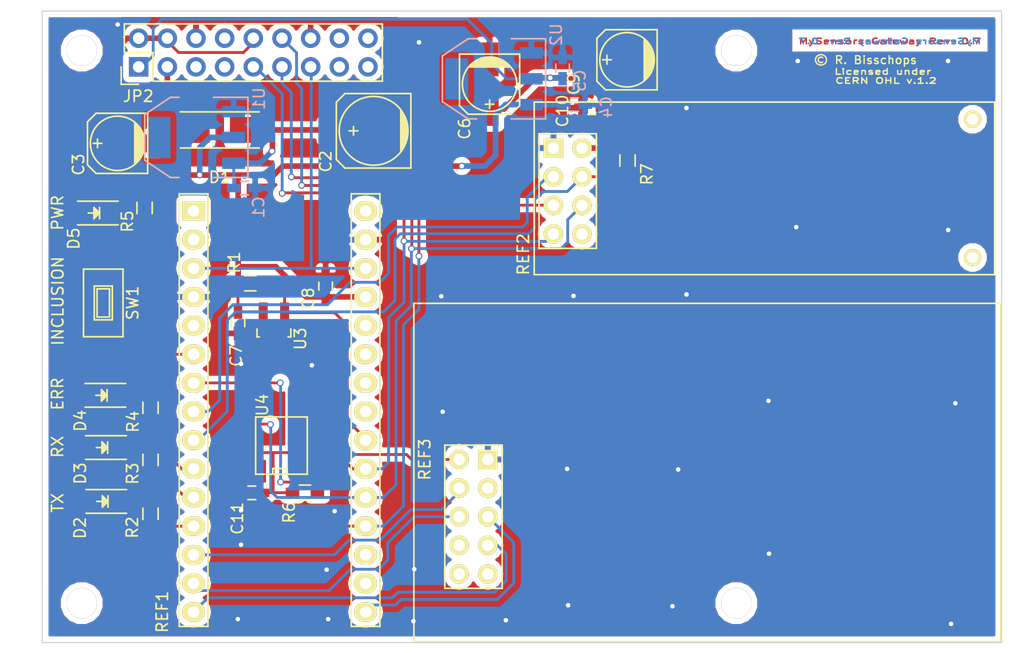
<source format=kicad_pcb>
(kicad_pcb (version 4) (host pcbnew 4.0.2-stable)
  (title_block (title "MySensors Gateway") (date 2016-03-02) (rev 0.7) (company "MySensors Boards") (comment 1 "R. Bisschops"))
  (layers (0 F.Cu signal) (31 B.Cu signal) (34 B.Paste user) (35 F.Paste user) (36 B.SilkS user) (37 F.SilkS user) (38 B.Mask user) (39 F.Mask user) (44 Edge.Cuts user))
  (net 0 "")
  (net 1 GND)
  (net 2 VCC)
  (net 3 RAD-TX)
  (net 4 RAD-RX)
  (net 5 RAD-ERR)
  (net 6 ETH-NSS)
  (net 7 RAD-CSN)
  (net 8 RAD-CE)
  (net 9 SEC-SDA)
  (net 10 ETH-SCK)
  (net 11 "Net-(C1-Pad1)")
  (net 12 +3.3V)
  (net 13 MISO)
  (net 14 SCK)
  (net 15 MOSI)
  (net 16 RESET)
  (net 17 FLASH_CSN)
  (net 18 ETH-MISO)
  (net 19 ETH-MOSI)
  (net 20 PWR)
  (net 21 "Net-(D2-Pad1)")
  (net 22 "Net-(D3-Pad1)")
  (net 23 "Net-(D4-Pad1)")
  (net 24 "Net-(D5-Pad1)")
  (net 25 "Net-(JP2-Pad5)")
  (net 26 "Net-(JP2-Pad7)")
  (net 27 "Net-(JP2-Pad8)")
  (net 28 "Net-(JP2-Pad15)")
  (net 29 "Net-(JP2-Pad16)")
  (net 30 "Net-(JP2-Pad17)")
  (net 31 "Net-(JP2-Pad18)")
  (net 32 "Net-(REF1-Pad5)")
  (net 33 "Net-(REF1-Pad2)")
  (net 34 "Net-(REF1-Pad1)")
  (net 35 "Net-(REF1-Pad30)")
  (net 36 "Net-(REF1-Pad26)")
  (net 37 "Net-(REF1-Pad25)")
  (net 38 "Net-(REF1-Pad24)")
  (net 39 "Net-(REF1-Pad23)")
  (net 40 "Net-(REF1-Pad18)")
  (net 41 "Net-(REF1-Pad17)")
  (net 42 "Net-(REF2-Pad8)")
  (net 43 "Net-(REF3-Pad3)")
  (net 44 "Net-(REF3-Pad8)")
  (net 45 "Net-(REF3-Pad9)")
  (net 46 "Net-(REF3-Pad10)")
  (net 47 "Net-(REF1-Pad6)")
  (module Capacitors_SMD:C_0603_HandSoldering (layer B.Cu) (at 126.10592 115.05184 90)
    (fp_text reference C5 (at -1.11816 1.54408 90) (layer B.SilkS) (effects (justify mirror)))
    (fp_text value 100nF)
    (pad 1 smd rect (at -0.95 0 90) (size 1.2 0.75) (layers B.Cu B.Paste B.Mask) (net 12 +3.3V))
    (pad 2 smd rect (at 0.95 0 90) (size 1.2 0.75) (layers B.Cu B.Paste B.Mask) (net 1 GND))
  )
  (module Resistors_SMD:R_0603_HandSoldering (layer F.Cu) (at 98.44278 134.13486)
    (fp_text reference R1 (at -1.4351 -1.83896 270) (layer F.SilkS))
    (fp_text value 56K)
    (pad 1 smd rect (at -1.1 0) (size 1.2 0.9) (layers F.Cu F.Paste F.Mask) (net 2 VCC))
    (pad 2 smd rect (at 1.1 0) (size 1.2 0.9) (layers F.Cu F.Paste F.Mask) (net 9 SEC-SDA))
  )
  (module TO_SOT_Packages_SMD:SOT-223 (layer B.Cu) (at 93.65488 121.20372 270)
    (fp_text reference U1 (at -3.43662 -5.55752 450) (layer B.SilkS) (effects (justify mirror)))
    (fp_text value AP1117E50)
    (pad 4 smd rect (at 0 3.302 270) (size 3.6576 2.032) (layers B.Cu B.Paste B.Mask))
    (pad 2 smd rect (at 0 -3.302 270) (size 1.016 2.032) (layers B.Cu B.Paste B.Mask) (net 2 VCC))
    (pad 3 smd rect (at 2.286 -3.302 270) (size 1.016 2.032) (layers B.Cu B.Paste B.Mask) (net 11 "Net-(C1-Pad1)"))
    (pad 1 smd rect (at -2.286 -3.302 270) (size 1.016 2.032) (layers B.Cu B.Paste B.Mask) (net 1 GND))
  )
  (module Resistors_SMD:R_0603_HandSoldering (layer F.Cu) (at 89.59596 154.57932 270)
    (fp_text reference R2 (at 1.21412 1.6129 450) (layer F.SilkS))
    (fp_text value 1K)
    (pad 1 smd rect (at -1.1 0 270) (size 1.2 0.9) (layers F.Cu F.Paste F.Mask) (net 21 "Net-(D2-Pad1)"))
    (pad 2 smd rect (at 1.1 0 270) (size 1.2 0.9) (layers F.Cu F.Paste F.Mask) (net 3 RAD-TX))
  )
  (module Resistors_SMD:R_0603_HandSoldering (layer F.Cu) (at 89.59596 149.79904 270)
    (fp_text reference R3 (at 1.21666 1.58496 450) (layer F.SilkS))
    (fp_text value 1K)
    (pad 1 smd rect (at -1.1 0 270) (size 1.2 0.9) (layers F.Cu F.Paste F.Mask) (net 22 "Net-(D3-Pad1)"))
    (pad 2 smd rect (at 1.1 0 270) (size 1.2 0.9) (layers F.Cu F.Paste F.Mask) (net 4 RAD-RX))
  )
  (module Resistors_SMD:R_0603_HandSoldering (layer F.Cu) (at 89.59596 145.17624 270)
    (fp_text reference R4 (at 1.22936 1.55702 450) (layer F.SilkS))
    (fp_text value 1K)
    (pad 1 smd rect (at -1.1 0 270) (size 1.2 0.9) (layers F.Cu F.Paste F.Mask) (net 23 "Net-(D4-Pad1)"))
    (pad 2 smd rect (at 1.1 0 270) (size 1.2 0.9) (layers F.Cu F.Paste F.Mask) (net 5 RAD-ERR))
  )
  (module Resistors_SMD:R_0603_HandSoldering (layer F.Cu) (at 89.07 127.46 270)
    (fp_text reference R5 (at 1.1938 1.52146 450) (layer F.SilkS))
    (fp_text value 1K)
    (pad 1 smd rect (at -1.1 0 270) (size 1.2 0.9) (layers F.Cu F.Paste F.Mask) (net 24 "Net-(D5-Pad1)"))
    (pad 2 smd rect (at 1.1 0 270) (size 1.2 0.9) (layers F.Cu F.Paste F.Mask) (net 1 GND))
  )
  (module Resistors_SMD:R_0603_HandSoldering (layer F.Cu) (at 103.28148 152.7048)
    (fp_text reference R6 (at -1.41224 1.74752 270) (layer F.SilkS))
    (fp_text value 4K7)
    (pad 1 smd rect (at -1.1 0) (size 1.2 0.9) (layers F.Cu F.Paste F.Mask) (net 2 VCC))
    (pad 2 smd rect (at 1.1 0) (size 1.2 0.9) (layers F.Cu F.Paste F.Mask) (net 17 FLASH_CSN))
  )
  (module Capacitors_SMD:c_elec_6.3x5.3 (layer F.Cu) (at 109.36 120.62 180)
    (fp_text reference C2 (at 4.24 -2.71 450) (layer F.SilkS))
    (fp_text value 47uF)
    (pad 1 smd rect (at 2.75082 0 180) (size 3.59918 1.6002) (layers F.Cu F.Paste F.Mask) (net 11 "Net-(C1-Pad1)"))
    (pad 2 smd rect (at -2.75082 0 180) (size 3.59918 1.6002) (layers F.Cu F.Paste F.Mask) (net 1 GND))
  )
  (module Capacitors_SMD:c_elec_5x5.3 (layer F.Cu) (at 86.6775 121.7295 180)
    (fp_text reference C3 (at 3.4675 -1.8805 450) (layer F.SilkS))
    (fp_text value 10uF)
    (pad 1 smd rect (at 2.19964 0 180) (size 2.99974 1.6002) (layers F.Cu F.Paste F.Mask) (net 2 VCC))
    (pad 2 smd rect (at -2.19964 0 180) (size 2.99974 1.6002) (layers F.Cu F.Paste F.Mask) (net 1 GND))
  )
  (module Capacitors_SMD:C_0603_HandSoldering (layer B.Cu) (at 127.16 118.3)
    (fp_text reference C4 (at 2.82 0.22 90) (layer B.SilkS) (effects (justify mirror)))
    (fp_text value 100nF)
    (pad 1 smd rect (at -0.95 0) (size 1.2 0.75) (layers B.Cu B.Paste B.Mask) (net 2 VCC))
    (pad 2 smd rect (at 0.95 0) (size 1.2 0.75) (layers B.Cu B.Paste B.Mask) (net 1 GND))
  )
  (module Capacitors_SMD:c_elec_5x5.3 (layer F.Cu) (at 119.63908 116.48186 270)
    (fp_text reference C6 (at 3.94814 2.21908 450) (layer F.SilkS))
    (fp_text value 10uF)
    (pad 1 smd rect (at 2.19964 0 270) (size 2.99974 1.6002) (layers F.Cu F.Paste F.Mask) (net 12 +3.3V))
    (pad 2 smd rect (at -2.19964 0 270) (size 2.99974 1.6002) (layers F.Cu F.Paste F.Mask) (net 1 GND))
  )
  (module Capacitors_SMD:C_0603_HandSoldering (layer F.Cu) (at 97.34296 137.63244 270)
    (fp_text reference C7 (at 2.9337 0.16764 450) (layer F.SilkS))
    (fp_text value 100nF)
    (pad 1 smd rect (at -0.95 0 270) (size 1.2 0.75) (layers F.Cu F.Paste F.Mask) (net 2 VCC))
    (pad 2 smd rect (at 0.95 0 270) (size 1.2 0.75) (layers F.Cu F.Paste F.Mask) (net 1 GND))
  )
  (module Capacitors_SMD:C_0603_HandSoldering (layer F.Cu) (at 105.11028 134.3914 90)
    (fp_text reference C8 (at -1.08966 -1.5367 270) (layer F.SilkS))
    (fp_text value 100nF)
    (pad 1 smd rect (at -0.95 0 90) (size 1.2 0.75) (layers F.Cu F.Paste F.Mask) (net 2 VCC))
    (pad 2 smd rect (at 0.95 0 90) (size 1.2 0.75) (layers F.Cu F.Paste F.Mask) (net 1 GND))
  )
  (module Capacitors_SMD:c_elec_5x5.3 (layer F.Cu) (at 131.81584 114.32032 180)
    (fp_text reference C9 (at 4.71678 -2.16154 270) (layer F.SilkS))
    (fp_text value 4uF7)
    (pad 1 smd rect (at 2.19964 0 180) (size 2.99974 1.6002) (layers F.Cu F.Paste F.Mask) (net 12 +3.3V))
    (pad 2 smd rect (at -2.19964 0 180) (size 2.99974 1.6002) (layers F.Cu F.Paste F.Mask) (net 1 GND))
  )
  (module Capacitors_SMD:C_0603_HandSoldering (layer F.Cu) (at 128.68656 118.5672 180)
    (fp_text reference C10 (at 2.59334 -0.28956 450) (layer F.SilkS))
    (fp_text value 100nF)
    (pad 1 smd rect (at -0.95 0 180) (size 1.2 0.75) (layers F.Cu F.Paste F.Mask) (net 12 +3.3V))
    (pad 2 smd rect (at 0.95 0 180) (size 1.2 0.75) (layers F.Cu F.Paste F.Mask) (net 1 GND))
  )
  (module Capacitors_SMD:C_0603_HandSoldering (layer F.Cu) (at 98.57232 152.72004 180)
    (fp_text reference C11 (at 1.28524 -2.26314 270) (layer F.SilkS))
    (fp_text value 100nF)
    (pad 1 smd rect (at -0.95 0 180) (size 1.2 0.75) (layers F.Cu F.Paste F.Mask) (net 2 VCC))
    (pad 2 smd rect (at 0.95 0 180) (size 1.2 0.75) (layers F.Cu F.Paste F.Mask) (net 1 GND))
  )
  (module TO_SOT_Packages_SMD:SOT-223 (layer B.Cu) (at 120.03024 116.00688 270)
    (fp_text reference U2 (at -3.91668 -5.50926 450) (layer B.SilkS) (effects (justify mirror)))
    (fp_text value AP1117D33)
    (pad 4 smd rect (at 0 3.302 270) (size 3.6576 2.032) (layers B.Cu B.Paste B.Mask))
    (pad 2 smd rect (at 0 -3.302 270) (size 1.016 2.032) (layers B.Cu B.Paste B.Mask) (net 12 +3.3V))
    (pad 3 smd rect (at 2.286 -3.302 270) (size 1.016 2.032) (layers B.Cu B.Paste B.Mask) (net 2 VCC))
    (pad 1 smd rect (at -2.286 -3.302 270) (size 1.016 2.032) (layers B.Cu B.Paste B.Mask) (net 1 GND))
  )
  (module TO_SOT_Packages_SMD:SOT-23_Handsoldering (layer F.Cu) (at 100.52812 138.24712 180)
    (fp_text reference U3 (at -2.34696 -0.81026 270) (layer F.SilkS))
    (fp_text value ATSHA240A)
    (pad 1 smd rect (at -0.95 1.50114 180) (size 0.8001 1.80086) (layers F.Cu F.Paste F.Mask) (net 9 SEC-SDA))
    (pad 2 smd rect (at 0.95 1.50114 180) (size 0.8001 1.80086) (layers F.Cu F.Paste F.Mask) (net 2 VCC))
    (pad 3 smd rect (at 0 -1.50114 180) (size 0.8001 1.80086) (layers F.Cu F.Paste F.Mask) (net 1 GND))
  )
  (module SMD_Packages:SOIC-8-N (layer F.Cu) (at 101.19868 148.52904 90)
    (fp_text reference U4 (at 3.60426 -1.70434 270) (layer F.SilkS))
    (fp_text value AT25DF512C)
    (pad 8 smd rect (at -1.905 -3.175 90) (size 0.508 1.143) (layers F.Cu F.Paste F.Mask) (net 2 VCC))
    (pad 7 smd rect (at -0.635 -3.175 90) (size 0.508 1.143) (layers F.Cu F.Paste F.Mask) (net 2 VCC))
    (pad 6 smd rect (at 0.635 -3.175 90) (size 0.508 1.143) (layers F.Cu F.Paste F.Mask) (net 14 SCK))
    (pad 5 smd rect (at 1.905 -3.175 90) (size 0.508 1.143) (layers F.Cu F.Paste F.Mask) (net 15 MOSI))
    (pad 4 smd rect (at 1.905 3.175 90) (size 0.508 1.143) (layers F.Cu F.Paste F.Mask) (net 1 GND))
    (pad 3 smd rect (at 0.635 3.175 90) (size 0.508 1.143) (layers F.Cu F.Paste F.Mask) (net 2 VCC))
    (pad 2 smd rect (at -0.635 3.175 90) (size 0.508 1.143) (layers F.Cu F.Paste F.Mask) (net 13 MISO))
    (pad 1 smd rect (at -1.905 3.175 90) (size 0.508 1.143) (layers F.Cu F.Paste F.Mask) (net 17 FLASH_CSN))
  )
  (module Capacitors_SMD:C_0603_HandSoldering (layer B.Cu) (at 97.917 125.6919)
    (fp_text reference C1 (at 1.2573 1.7145 270) (layer B.SilkS) (effects (justify mirror)))
    (fp_text value 100nF)
    (pad 1 smd rect (at -0.95 0) (size 1.2 0.75) (layers B.Cu B.Paste B.Mask) (net 11 "Net-(C1-Pad1)"))
    (pad 2 smd rect (at 0.95 0) (size 1.2 0.75) (layers B.Cu B.Paste B.Mask) (net 1 GND))
  )
  (module LEDs:LED_1206 (layer F.Cu) (at 85.32622 153.48204 180)
    (fp_text reference D2 (at 1.97358 -2.35204 270) (layer F.SilkS))
    (fp_text value TX)
    (pad 2 smd rect (at 2.16662 0) (size 1.59766 1.80086) (layers F.Cu F.Paste F.Mask) (net 2 VCC))
    (pad 1 smd rect (at -1.41986 0) (size 1.59766 1.80086) (layers F.Cu F.Paste F.Mask) (net 21 "Net-(D2-Pad1)"))
  )
  (module LEDs:LED_1206 (layer F.Cu) (at 85.29828 148.7043 180)
    (fp_text reference D3 (at 1.92532 -2.29362 450) (layer F.SilkS))
    (fp_text value RX)
    (pad 2 smd rect (at 2.13614 0) (size 1.59766 1.80086) (layers F.Cu F.Paste F.Mask) (net 2 VCC))
    (pad 1 smd rect (at -1.41986 0) (size 1.59766 1.80086) (layers F.Cu F.Paste F.Mask) (net 22 "Net-(D3-Pad1)"))
  )
  (module LEDs:LED_1206 (layer F.Cu) (at 85.24748 144.07388 180)
    (fp_text reference D4 (at 1.87452 -2.25044 270) (layer F.SilkS))
    (fp_text value ERR)
    (pad 2 smd rect (at 2.08534 0) (size 1.59766 1.80086) (layers F.Cu F.Paste F.Mask) (net 2 VCC))
    (pad 1 smd rect (at -1.41986 0) (size 1.59766 1.80086) (layers F.Cu F.Paste F.Mask) (net 23 "Net-(D4-Pad1)"))
  )
  (module LEDs:LED_1206 (layer F.Cu) (at 84.582 127.90932 180)
    (fp_text reference D5 (at 1.79578 -2.26314 270) (layer F.SilkS))
    (fp_text value PWR)
    (pad 2 smd rect (at 1.41986 0) (size 1.59766 1.80086) (layers F.Cu F.Paste F.Mask) (net 2 VCC))
    (pad 1 smd rect (at -1.41986 0) (size 1.59766 1.80086) (layers F.Cu F.Paste F.Mask) (net 24 "Net-(D5-Pad1)"))
  )
  (module MySensors:NRF24L01_PA_LNA (layer F.Cu) (at 127.83 122.15 270)
    (fp_text reference REF2 (at 9.42 5.2 270) (layer F.SilkS))
    (fp_text value NRF24L01)
    (pad 2 thru_hole circle (at 0 0 270) (size 1.7272 1.7272) (drill 1.016) (layers *.Cu *.Mask F.SilkS) (net 12 +3.3V))
    (pad 1 thru_hole rect (at 0 2.54 270) (size 1.7272 1.7272) (drill 1.016) (layers *.Cu *.Mask F.SilkS) (net 1 GND))
    (pad 4 thru_hole oval (at 2.54 0 270) (size 1.7272 1.7272) (drill 1.016) (layers *.Cu *.Mask F.SilkS) (net 7 RAD-CSN))
    (pad 3 thru_hole oval (at 2.54 2.54 270) (size 1.7272 1.7272) (drill 1.016) (layers *.Cu *.Mask F.SilkS) (net 8 RAD-CE))
    (pad 6 thru_hole oval (at 5.08 0 270) (size 1.7272 1.7272) (drill 1.016) (layers *.Cu *.Mask F.SilkS) (net 15 MOSI))
    (pad 5 thru_hole oval (at 5.08 2.54 270) (size 1.7272 1.7272) (drill 1.016) (layers *.Cu *.Mask F.SilkS) (net 14 SCK))
    (pad 8 thru_hole oval (at 7.62 0 270) (size 1.7272 1.7272) (drill 1.016) (layers *.Cu *.Mask F.SilkS) (net 42 "Net-(REF2-Pad8)"))
    (pad 7 thru_hole oval (at 7.62 2.54 270) (size 1.7272 1.7272) (drill 1.016) (layers *.Cu *.Mask F.SilkS) (net 13 MISO))
    (pad 9 thru_hole circle (at -2.554 -34.6 270) (size 1.524 1.524) (drill 1.016) (layers *.Cu *.Mask F.SilkS))
    (pad 10 thru_hole circle (at 9.696 -34.6 270) (size 1.524 1.524) (drill 1.016) (layers *.Cu *.Mask F.SilkS))
  )
  (module MySensors:W5100_Ethernet (layer F.Cu) (at 119.4816 149.7584 270)
    (fp_text reference REF3 (at 0 5.588 450) (layer F.SilkS))
    (fp_text value W5100_Ethernet)
    (pad 1 thru_hole rect (at 0 0 270) (size 1.7272 1.7272) (drill 1.016) (layers *.Cu *.Mask F.SilkS) (net 1 GND))
    (pad 2 thru_hole oval (at 0 2.54 270) (size 1.7272 1.7272) (drill 1.016) (layers *.Cu *.Mask F.SilkS) (net 2 VCC))
    (pad 3 thru_hole oval (at 2.54 0 270) (size 1.7272 1.7272) (drill 1.016) (layers *.Cu *.Mask F.SilkS) (net 43 "Net-(REF3-Pad3)"))
    (pad 4 thru_hole oval (at 2.54 2.54 270) (size 1.7272 1.7272) (drill 1.016) (layers *.Cu *.Mask F.SilkS) (net 6 ETH-NSS))
    (pad 5 thru_hole oval (at 5.08 0 270) (size 1.7272 1.7272) (drill 1.016) (layers *.Cu *.Mask F.SilkS) (net 10 ETH-SCK))
    (pad 6 thru_hole oval (at 5.08 2.54 270) (size 1.7272 1.7272) (drill 1.016) (layers *.Cu *.Mask F.SilkS) (net 19 ETH-MOSI))
    (pad 7 thru_hole oval (at 7.62 0 270) (size 1.7272 1.7272) (drill 1.016) (layers *.Cu *.Mask F.SilkS) (net 18 ETH-MISO))
    (pad 8 thru_hole oval (at 7.62 2.54 270) (size 1.7272 1.7272) (drill 1.016) (layers *.Cu *.Mask F.SilkS) (net 44 "Net-(REF3-Pad8)"))
    (pad 9 thru_hole oval (at 10.16 0 270) (size 1.7272 1.7272) (drill 1.016) (layers *.Cu *.Mask F.SilkS) (net 45 "Net-(REF3-Pad9)"))
    (pad 10 thru_hole oval (at 10.16 2.54 270) (size 1.7272 1.7272) (drill 1.016) (layers *.Cu *.Mask F.SilkS) (net 46 "Net-(REF3-Pad10)"))
  )
  (module Mounting_Holes:MountingHole_2-7mm (layer F.Cu) (at 141.5 113.5)
    (fp_text reference REF** hide)
    (fp_text value MountingHole_3mm)
    (pad 1 thru_hole circle (at 0 0) (size 2.7 2.7) (drill 2.7) (layers))
  )
  (module Mounting_Holes:MountingHole_2-7mm (layer F.Cu) (at 83.5 113.5)
    (fp_text reference REF** hide)
    (fp_text value MountingHole_3mm)
    (pad 1 thru_hole circle (at 0 0) (size 2.7 2.7) (drill 2.7) (layers))
  )
  (module Mounting_Holes:MountingHole_2-7mm (layer F.Cu) (at 141.5 162.5)
    (fp_text reference REF** hide)
    (fp_text value MountingHole_3mm)
    (pad 1 thru_hole circle (at 0 0) (size 2.7 2.7) (drill 2.7) (layers))
  )
  (module Mounting_Holes:MountingHole_2-7mm (layer F.Cu) (at 83.5 162.5)
    (fp_text reference REF** hide)
    (fp_text value MountingHole_3mm)
    (pad 1 thru_hole circle (at 0 0) (size 2.7 2.7) (drill 2.7) (layers))
  )
  (module Resistors_SMD:R_0603_HandSoldering (layer F.Cu) (at 131.86 123.25 270)
    (fp_text reference R7 (at 1.22 -1.72 270) (layer F.SilkS))
    (fp_text value 56K)
    (pad 1 smd rect (at -1.1 0 270) (size 1.2 0.9) (layers F.Cu F.Paste F.Mask) (net 12 +3.3V))
    (pad 2 smd rect (at 1.1 0 270) (size 1.2 0.9) (layers F.Cu F.Paste F.Mask) (net 7 RAD-CSN))
  )
  (module MySensors:Arduino_Nano (layer F.Cu) (at 128.97104 145.51152 180)
    (fp_text reference REF1 (at 38.33368 -17.76984 450) (layer F.SilkS))
    (fp_text value Arduino_Nano)
    (pad 15 thru_hole oval (at 35.56 -17.78 270) (size 1.7272 2.032) (drill 1.016) (layers *.Cu *.Mask F.SilkS) (net 18 ETH-MISO))
    (pad 14 thru_hole oval (at 35.56 -15.24 270) (size 1.7272 2.032) (drill 1.016) (layers *.Cu *.Mask F.SilkS) (net 19 ETH-MOSI))
    (pad 13 thru_hole oval (at 35.56 -12.7 270) (size 1.7272 2.032) (drill 1.016) (layers *.Cu *.Mask F.SilkS) (net 6 ETH-NSS))
    (pad 12 thru_hole oval (at 35.56 -10.16 270) (size 1.7272 2.032) (drill 1.016) (layers *.Cu *.Mask F.SilkS) (net 3 RAD-TX))
    (pad 11 thru_hole oval (at 35.56 -7.62 270) (size 1.7272 2.032) (drill 1.016) (layers *.Cu *.Mask F.SilkS) (net 4 RAD-RX))
    (pad 10 thru_hole oval (at 35.56 -5.08 270) (size 1.7272 2.032) (drill 1.016) (layers *.Cu *.Mask F.SilkS) (net 5 RAD-ERR))
    (pad 9 thru_hole oval (at 35.56 -2.54 270) (size 1.7272 2.032) (drill 1.016) (layers *.Cu *.Mask F.SilkS) (net 7 RAD-CSN))
    (pad 8 thru_hole oval (at 35.56 0 270) (size 1.7272 2.032) (drill 1.016) (layers *.Cu *.Mask F.SilkS) (net 8 RAD-CE))
    (pad 7 thru_hole oval (at 35.56 2.54 270) (size 1.7272 2.032) (drill 1.016) (layers *.Cu *.Mask F.SilkS) (net 17 FLASH_CSN))
    (pad 6 thru_hole oval (at 35.56 5.08 270) (size 1.7272 2.032) (drill 1.016) (layers *.Cu *.Mask F.SilkS) (net 47 "Net-(REF1-Pad6)"))
    (pad 5 thru_hole oval (at 35.56 7.62 270) (size 1.7272 2.032) (drill 1.016) (layers *.Cu *.Mask F.SilkS) (net 32 "Net-(REF1-Pad5)"))
    (pad 4 thru_hole oval (at 35.56 10.16 270) (size 1.7272 2.032) (drill 1.016) (layers *.Cu *.Mask F.SilkS) (net 1 GND))
    (pad 3 thru_hole oval (at 35.56 12.7 270) (size 1.7272 2.032) (drill 1.016) (layers *.Cu *.Mask F.SilkS) (net 16 RESET))
    (pad 2 thru_hole oval (at 35.56 15.24 270) (size 1.7272 2.032) (drill 1.016) (layers *.Cu *.Mask F.SilkS) (net 33 "Net-(REF1-Pad2)"))
    (pad 1 thru_hole rect (at 35.56 17.78 270) (size 1.7272 2.032) (drill 1.016) (layers *.Cu *.Mask F.SilkS) (net 34 "Net-(REF1-Pad1)"))
    (pad 30 thru_hole oval (at 20.32 17.78 270) (size 1.7272 2.032) (drill 1.016) (layers *.Cu *.Mask F.SilkS) (net 35 "Net-(REF1-Pad30)"))
    (pad 29 thru_hole oval (at 20.32 15.24 270) (size 1.7272 2.032) (drill 1.016) (layers *.Cu *.Mask F.SilkS) (net 1 GND))
    (pad 28 thru_hole oval (at 20.32 12.7 270) (size 1.7272 2.032) (drill 1.016) (layers *.Cu *.Mask F.SilkS) (net 16 RESET))
    (pad 27 thru_hole oval (at 20.32 10.16 270) (size 1.7272 2.032) (drill 1.016) (layers *.Cu *.Mask F.SilkS) (net 2 VCC))
    (pad 26 thru_hole oval (at 20.32 7.62 270) (size 1.7272 2.032) (drill 1.016) (layers *.Cu *.Mask F.SilkS) (net 36 "Net-(REF1-Pad26)"))
    (pad 25 thru_hole oval (at 20.32 5.08 270) (size 1.7272 2.032) (drill 1.016) (layers *.Cu *.Mask F.SilkS) (net 37 "Net-(REF1-Pad25)"))
    (pad 24 thru_hole oval (at 20.32 2.54 270) (size 1.7272 2.032) (drill 1.016) (layers *.Cu *.Mask F.SilkS) (net 38 "Net-(REF1-Pad24)"))
    (pad 23 thru_hole oval (at 20.32 0 270) (size 1.7272 2.032) (drill 1.016) (layers *.Cu *.Mask F.SilkS) (net 39 "Net-(REF1-Pad23)"))
    (pad 22 thru_hole oval (at 20.32 -2.54 270) (size 1.7272 2.032) (drill 1.016) (layers *.Cu *.Mask F.SilkS) (net 9 SEC-SDA))
    (pad 21 thru_hole oval (at 20.32 -5.08 270) (size 1.7272 2.032) (drill 1.016) (layers *.Cu *.Mask F.SilkS) (net 13 MISO))
    (pad 20 thru_hole oval (at 20.32 -7.62 270) (size 1.7272 2.032) (drill 1.016) (layers *.Cu *.Mask F.SilkS) (net 15 MOSI))
    (pad 19 thru_hole oval (at 20.32 -10.16 270) (size 1.7272 2.032) (drill 1.016) (layers *.Cu *.Mask F.SilkS) (net 14 SCK))
    (pad 18 thru_hole oval (at 20.32 -12.7 270) (size 1.7272 2.032) (drill 1.016) (layers *.Cu *.Mask F.SilkS) (net 40 "Net-(REF1-Pad18)"))
    (pad 17 thru_hole oval (at 20.32 -15.24 270) (size 1.7272 2.032) (drill 1.016) (layers *.Cu *.Mask F.SilkS) (net 41 "Net-(REF1-Pad17)"))
    (pad 16 thru_hole oval (at 20.32 -17.78 270) (size 1.7272 2.032) (drill 1.016) (layers *.Cu *.Mask F.SilkS) (net 10 ETH-SCK))
  )
  (module MySensors:DO-214AC (layer F.Cu) (at 95.73 120.54 180)
    (fp_text reference D1 (at 0 -4.2 180) (layer F.SilkS))
    (fp_text value "1N4007 M7")
    (pad 2 smd rect (at 2.1 0 180) (size 2.4 2.3) (layers F.Cu F.Paste F.Mask) (net 20 PWR))
    (pad 1 smd rect (at -2.1 0 180) (size 2.4 2.3) (layers F.Cu F.Paste F.Mask) (net 11 "Net-(C1-Pad1)"))
  )
  (module MySensors:Socket_Strip_Straight_2x09_mirrored (layer F.Cu) (at 88.5444 114.9477)
    (fp_text reference JP2 (at -0.0344 2.6023) (layer F.SilkS))
    (fp_text value CONN_02x9)
    (pad 1 thru_hole rect (at 0 0) (size 1.7272 1.7272) (drill 1.016) (layers *.Cu *.Mask) (net 12 +3.3V))
    (pad 2 thru_hole oval (at 0 -2.54) (size 1.7272 1.7272) (drill 1.016) (layers *.Cu *.Mask) (net 2 VCC))
    (pad 3 thru_hole oval (at 2.54 0) (size 1.7272 1.7272) (drill 1.016) (layers *.Cu *.Mask) (net 20 PWR))
    (pad 4 thru_hole oval (at 2.54 -2.54) (size 1.7272 1.7272) (drill 1.016) (layers *.Cu *.Mask) (net 2 VCC))
    (pad 5 thru_hole oval (at 5.08 0) (size 1.7272 1.7272) (drill 1.016) (layers *.Cu *.Mask) (net 25 "Net-(JP2-Pad5)"))
    (pad 6 thru_hole oval (at 5.08 -2.54) (size 1.7272 1.7272) (drill 1.016) (layers *.Cu *.Mask) (net 1 GND))
    (pad 7 thru_hole oval (at 7.62 0) (size 1.7272 1.7272) (drill 1.016) (layers *.Cu *.Mask) (net 26 "Net-(JP2-Pad7)"))
    (pad 8 thru_hole oval (at 7.62 -2.54) (size 1.7272 1.7272) (drill 1.016) (layers *.Cu *.Mask) (net 27 "Net-(JP2-Pad8)"))
    (pad 9 thru_hole oval (at 10.16 0) (size 1.7272 1.7272) (drill 1.016) (layers *.Cu *.Mask) (net 13 MISO))
    (pad 10 thru_hole oval (at 10.16 -2.54) (size 1.7272 1.7272) (drill 1.016) (layers *.Cu *.Mask) (net 2 VCC))
    (pad 11 thru_hole oval (at 12.7 0) (size 1.7272 1.7272) (drill 1.016) (layers *.Cu *.Mask) (net 14 SCK))
    (pad 12 thru_hole oval (at 12.7 -2.54) (size 1.7272 1.7272) (drill 1.016) (layers *.Cu *.Mask) (net 15 MOSI))
    (pad 13 thru_hole oval (at 15.24 0) (size 1.7272 1.7272) (drill 1.016) (layers *.Cu *.Mask) (net 16 RESET))
    (pad 14 thru_hole oval (at 15.24 -2.54) (size 1.7272 1.7272) (drill 1.016) (layers *.Cu *.Mask) (net 1 GND))
    (pad 15 thru_hole oval (at 17.78 0) (size 1.7272 1.7272) (drill 1.016) (layers *.Cu *.Mask) (net 28 "Net-(JP2-Pad15)"))
    (pad 16 thru_hole oval (at 17.78 -2.54) (size 1.7272 1.7272) (drill 1.016) (layers *.Cu *.Mask) (net 29 "Net-(JP2-Pad16)"))
    (pad 17 thru_hole oval (at 20.32 0) (size 1.7272 1.7272) (drill 1.016) (layers *.Cu *.Mask) (net 30 "Net-(JP2-Pad17)"))
    (pad 18 thru_hole oval (at 20.32 -2.54) (size 1.7272 1.7272) (drill 1.016) (layers *.Cu *.Mask) (net 31 "Net-(JP2-Pad18)"))
  )
  (module Buttons_Switches_SMD:SW_SPST_FSMSM (layer F.Cu) (at 85.41 135.87 270)
    (fp_text reference SW1 (at 0.01011 -2.60022 270) (layer F.SilkS))
    (fp_text value SW_PUSH)
    (pad 1 smd rect (at -4.60243 -0.00232 270) (size 2.18 1.6) (layers F.Cu F.Paste F.Mask) (net 1 GND))
    (pad 2 smd rect (at 4.60243 0.00232 270) (size 2.18 1.6) (layers F.Cu F.Paste F.Mask) (net 47 "Net-(REF1-Pad6)"))
  )
  (gr_text "© R. Bisschops" (at 152.93 114.34) (layer F.SilkS) (effects (font (size 0.7 0.75) (thickness 0.125))))
  (gr_text "Licensed under \nCERN OHL v.1.2" (at 154.76 115.78) (layer F.SilkS) (effects (font (size 0.5 0.75) (thickness 0.125))))
  (gr_line (start 80 166) (end 165 166) (angle 90) (layer Edge.Cuts) (width 0.1))
  (gr_line (start 165 110) (end 165 166) (angle 90) (layer Edge.Cuts) (width 0.1))
  (gr_line (start 80 110) (end 80 166) (angle 90) (layer Edge.Cuts) (width 0.1))
  (gr_line (start 80 110) (end 165 110) (angle 90) (layer Edge.Cuts) (width 0.1))
  (gr_text TX (at 81.36128 153.61412 90) (layer F.SilkS) (effects (font (size 1 1))))
  (gr_text RX (at 81.36128 148.6408 90) (layer F.SilkS) (effects (font (size 1 1))))
  (gr_text ERR (at 81.36128 143.94688 90) (layer F.SilkS) (effects (font (size 1 1))))
  (gr_text PWR (at 81.36128 127.88138 90) (layer F.SilkS) (effects (font (size 1 1))))
  (gr_text INCLUSION (at 81.38 135.71 90) (layer F.SilkS) (effects (font (size 1 1))))
  (gr_text "MySensors Gateway Rev. 0.7" (at 155.11 112.68) (layer B.Cu) (effects (font (size 0.5 0.75) (thickness 0.125)) (justify mirror)))
  (gr_text "MySensors Gateway Rev. 0.7" (at 155.11 112.68) (layer F.Cu) (effects (font (size 0.5 0.75) (thickness 0.125))))
  (segment (start 93.6244 110.78464) (end 87.09152 110.78464) (width 0.5) (layer F.Cu) (net 1))
  (via (at 86.68512 111.19104) (size 0.6) (drill 0.4) (layers F.Cu B.Cu) (net 1))
  (segment (start 87.09152 110.78464) (end 86.68512 111.19104) (width 0.5) (layer F.Cu) (net 1))
  (segment (start 93.6244 110.78464) (end 111.39424 110.78464) (width 0.5) (layer F.Cu) (net 1))
  (segment (start 93.6244 112.4077) (end 93.6244 110.78464) (width 0.5) (layer F.Cu) (net 1))
  (via (at 113.3856 112.776) (size 0.6) (drill 0.4) (layers F.Cu B.Cu) (net 1))
  (segment (start 111.39424 110.78464) (end 113.3856 112.776) (width 0.5) (layer F.Cu) (net 1))
  (segment (start 144.35 144.56) (end 138.868 142.748) (width 0.25) (layer B.Cu) (net 1))
  (segment (start 138.46 142.34) (end 138.46 139.78) (width 0.25) (layer B.Cu) (net 1))
  (segment (start 138.868 142.748) (end 138.46 142.34) (width 0.25) (layer B.Cu) (net 1))
  (segment (start 160.909 144.78) (end 163.45 144.78) (width 0.25) (layer B.Cu) (net 1))
  (segment (start 163.56 144.67) (end 163.56 139.99) (width 0.25) (layer B.Cu) (net 1))
  (segment (start 163.45 144.78) (end 163.56 144.67) (width 0.25) (layer B.Cu) (net 1))
  (segment (start 138.46 139.78) (end 138.46 138.53) (width 0.25) (layer B.Cu) (net 1))
  (segment (start 146.812 129.159) (end 146.812 134.11) (width 0.25) (layer B.Cu) (net 1))
  (via (at 146.812 129.159) (size 0.6) (drill 0.4) (layers F.Cu B.Cu) (net 1))
  (segment (start 146.812 114.554) (end 146.812 129.159) (width 0.25) (layer F.Cu) (net 1))
  (segment (start 146.939 114.427) (end 146.812 114.554) (width 0.25) (layer F.Cu) (net 1))
  (via (at 146.939 114.427) (size 0.6) (drill 0.4) (layers F.Cu B.Cu) (net 1))
  (segment (start 142.494 118.872) (end 146.939 114.427) (width 0.25) (layer B.Cu) (net 1))
  (segment (start 137.3632 118.872) (end 142.494 118.872) (width 0.25) (layer B.Cu) (net 1))
  (segment (start 137.0838 118.5926) (end 137.3632 118.872) (width 0.25) (layer B.Cu) (net 1))
  (via (at 137.0838 118.5926) (size 0.6) (drill 0.4) (layers F.Cu B.Cu) (net 1))
  (segment (start 137.0838 135.128) (end 137.0838 118.5926) (width 0.25) (layer F.Cu) (net 1))
  (via (at 137.0838 135.128) (size 0.6) (drill 0.4) (layers F.Cu B.Cu) (net 1))
  (segment (start 137.0838 150.3299) (end 137.0838 135.128) (width 0.25) (layer B.Cu) (net 1))
  (segment (start 136.35 150.65) (end 137.0838 150.3299) (width 0.25) (layer B.Cu) (net 1))
  (via (at 136.35 150.65) (size 0.6) (drill 0.4) (layers F.Cu B.Cu) (net 1))
  (segment (start 136.3726 162.2425) (end 136.35 150.65) (width 0.25) (layer F.Cu) (net 1))
  (segment (start 135.8392 162.7759) (end 136.3726 162.2425) (width 0.25) (layer F.Cu) (net 1))
  (via (at 135.8392 162.7759) (size 0.6) (drill 0.4) (layers F.Cu B.Cu) (net 1))
  (segment (start 126.6825 162.7759) (end 135.8392 162.7759) (width 0.25) (layer B.Cu) (net 1))
  (segment (start 126.5936 162.687) (end 126.6825 162.7759) (width 0.25) (layer B.Cu) (net 1))
  (via (at 126.5936 162.687) (size 0.6) (drill 0.4) (layers F.Cu B.Cu) (net 1))
  (segment (start 138.65 134.11) (end 138.46 134.3) (width 0.25) (layer B.Cu) (net 1))
  (segment (start 138.46 134.3) (end 138.46 138.53) (width 0.25) (layer B.Cu) (net 1))
  (segment (start 146.812 134.11) (end 138.65 134.11) (width 0.25) (layer B.Cu) (net 1))
  (segment (start 160.274 134.3) (end 163.33 134.3) (width 0.25) (layer B.Cu) (net 1))
  (segment (start 163.56 134.53) (end 163.56 139.99) (width 0.25) (layer B.Cu) (net 1))
  (segment (start 163.33 134.3) (end 163.56 134.53) (width 0.25) (layer B.Cu) (net 1))
  (via (at 103.89616 141.40688) (size 0.6) (drill 0.4) (layers F.Cu B.Cu) (net 1))
  (segment (start 100.54336 141.40688) (end 103.89616 141.40688) (width 0.25) (layer B.Cu) (net 1))
  (segment (start 126.5936 162.687) (end 122.4153 162.687) (width 0.25) (layer F.Cu) (net 1))
  (via (at 112.9665 159.4866) (size 0.6) (drill 0.4) (layers F.Cu B.Cu) (net 1))
  (segment (start 112.9665 164.0205) (end 112.9665 159.4866) (width 0.25) (layer F.Cu) (net 1))
  (segment (start 112.8903 164.0967) (end 112.9665 164.0205) (width 0.25) (layer F.Cu) (net 1))
  (via (at 112.8903 164.0967) (size 0.6) (drill 0.4) (layers F.Cu B.Cu) (net 1))
  (segment (start 121.0056 164.0967) (end 112.8903 164.0967) (width 0.25) (layer B.Cu) (net 1))
  (segment (start 121.0818 164.0205) (end 121.0056 164.0967) (width 0.25) (layer B.Cu) (net 1))
  (via (at 121.0818 164.0205) (size 0.6) (drill 0.4) (layers F.Cu B.Cu) (net 1))
  (segment (start 122.4153 162.687) (end 121.0818 164.0205) (width 0.25) (layer F.Cu) (net 1))
  (segment (start 119.4816 149.7584) (end 119.4816 147.2184) (width 0.25) (layer F.Cu) (net 1))
  (via (at 160.26 114.42) (size 0.6) (drill 0.4) (layers F.Cu B.Cu) (net 1))
  (segment (start 160.274 129.413) (end 160.26 114.42) (width 0.25) (layer F.Cu) (net 1))
  (via (at 160.274 129.413) (size 0.6) (drill 0.4) (layers F.Cu B.Cu) (net 1))
  (via (at 144.35 144.56) (size 0.6) (drill 0.4) (layers F.Cu B.Cu) (net 1))
  (segment (start 144.35 144.56) (end 144.399 145.161) (width 0.25) (layer F.Cu) (net 1))
  (segment (start 144.399 145.161) (end 144.399 158.115) (width 0.25) (layer F.Cu) (net 1))
  (via (at 144.399 158.115) (size 0.6) (drill 0.4) (layers F.Cu B.Cu) (net 1))
  (segment (start 144.399 158.115) (end 150.622 164.338) (width 0.25) (layer B.Cu) (net 1))
  (segment (start 150.622 164.338) (end 160.528 164.338) (width 0.25) (layer B.Cu) (net 1))
  (via (at 160.528 164.338) (size 0.6) (drill 0.4) (layers F.Cu B.Cu) (net 1))
  (segment (start 160.528 164.338) (end 160.909 163.957) (width 0.25) (layer F.Cu) (net 1))
  (segment (start 160.909 163.957) (end 160.909 144.78) (width 0.25) (layer F.Cu) (net 1))
  (via (at 160.909 144.78) (size 0.6) (drill 0.4) (layers F.Cu B.Cu) (net 1))
  (segment (start 160.274 134.3) (end 160.274 129.413) (width 0.25) (layer B.Cu) (net 1))
  (segment (start 126.5936 150.6855) (end 126.5936 162.687) (width 0.25) (layer F.Cu) (net 1))
  (segment (start 126.5047 150.5966) (end 126.5936 150.6855) (width 0.25) (layer F.Cu) (net 1))
  (via (at 126.5047 150.5966) (size 0.6) (drill 0.4) (layers F.Cu B.Cu) (net 1))
  (segment (start 126.5047 135.4836) (end 126.5047 150.5966) (width 0.25) (layer B.Cu) (net 1))
  (segment (start 127.07 135.26) (end 126.5047 135.4836) (width 0.25) (layer B.Cu) (net 1))
  (via (at 127.07 135.26) (size 0.6) (drill 0.4) (layers F.Cu B.Cu) (net 1))
  (segment (start 115.5378 135.1122) (end 127.07 135.26) (width 0.25) (layer F.Cu) (net 1))
  (segment (start 115.36 135.29) (end 115.5378 135.1122) (width 0.25) (layer F.Cu) (net 1))
  (via (at 115.36 135.29) (size 0.6) (drill 0.4) (layers F.Cu B.Cu) (net 1))
  (segment (start 115.3922 145.4404) (end 115.36 135.29) (width 0.25) (layer B.Cu) (net 1))
  (segment (start 115.4811 145.5293) (end 115.3922 145.4404) (width 0.25) (layer B.Cu) (net 1))
  (via (at 115.4811 145.5293) (size 0.6) (drill 0.4) (layers F.Cu B.Cu) (net 1))
  (segment (start 117.7925 145.5293) (end 115.4811 145.5293) (width 0.25) (layer F.Cu) (net 1))
  (segment (start 119.4816 147.2184) (end 117.7925 145.5293) (width 0.25) (layer F.Cu) (net 1))
  (segment (start 97.6122 142.09776) (end 99.85248 142.09776) (width 0.25) (layer B.Cu) (net 1))
  (segment (start 99.85248 142.09776) (end 100.54336 141.40688) (width 0.25) (layer B.Cu) (net 1))
  (segment (start 97.6122 154.27198) (end 97.6122 142.09776) (width 0.25) (layer B.Cu) (net 1))
  (segment (start 97.6122 142.09776) (end 97.6122 141.29004) (width 0.25) (layer B.Cu) (net 1))
  (via (at 97.61728 141.28496) (size 0.6) (drill 0.4) (layers F.Cu B.Cu) (net 1))
  (segment (start 97.6122 141.29004) (end 97.61728 141.28496) (width 0.25) (layer B.Cu) (net 1))
  (via (at 97.3328 163.92144) (size 0.6) (drill 0.4) (layers F.Cu B.Cu) (net 1))
  (segment (start 99.14128 159.53232) (end 97.3328 161.3408) (width 0.25) (layer F.Cu) (net 1))
  (segment (start 97.3328 161.3408) (end 97.3328 163.92144) (width 0.25) (layer F.Cu) (net 1))
  (segment (start 97.6122 157.32252) (end 102.98684 157.32252) (width 0.25) (layer F.Cu) (net 1))
  (segment (start 97.6122 154.27198) (end 97.6122 157.32252) (width 0.25) (layer B.Cu) (net 1))
  (via (at 97.6122 157.32252) (size 0.6) (drill 0.4) (layers F.Cu B.Cu) (net 1))
  (via (at 105.19664 159.53232) (size 0.6) (drill 0.4) (layers F.Cu B.Cu) (net 1))
  (segment (start 102.98684 157.32252) (end 105.19664 159.53232) (width 0.25) (layer F.Cu) (net 1))
  (segment (start 105.19664 159.53232) (end 99.14128 159.53232) (width 0.25) (layer F.Cu) (net 1))
  (via (at 105.33888 163.9189) (size 0.6) (drill 0.4) (layers F.Cu B.Cu) (net 1))
  (segment (start 97.33534 163.9189) (end 105.33888 163.9189) (width 0.25) (layer B.Cu) (net 1))
  (segment (start 97.3328 163.92144) (end 97.33534 163.9189) (width 0.25) (layer B.Cu) (net 1))
  (segment (start 97.62232 152.72004) (end 97.62232 154.26186) (width 0.25) (layer F.Cu) (net 1))
  (via (at 105.91038 154.34056) (size 0.6) (drill 0.4) (layers F.Cu B.Cu) (net 1))
  (segment (start 97.68078 154.34056) (end 105.91038 154.34056) (width 0.25) (layer B.Cu) (net 1))
  (segment (start 97.6122 154.27198) (end 97.68078 154.34056) (width 0.25) (layer B.Cu) (net 1))
  (via (at 97.6122 154.27198) (size 0.6) (drill 0.4) (layers F.Cu B.Cu) (net 1))
  (segment (start 97.62232 154.26186) (end 97.6122 154.27198) (width 0.25) (layer F.Cu) (net 1))
  (segment (start 123.33224 118.29288) (end 126.20288 118.29288) (width 0.5) (layer B.Cu) (net 2))
  (segment (start 126.20288 118.29288) (end 126.21 118.3) (width 0.5) (layer B.Cu) (net 2))
  (segment (start 123.33224 118.29288) (end 121.05712 118.29288) (width 0.5) (layer B.Cu) (net 2))
  (segment (start 120.16486 119.18514) (end 120.16486 120.77954) (width 0.5) (layer B.Cu) (net 2))
  (segment (start 121.05712 118.29288) (end 120.16486 119.18514) (width 0.5) (layer B.Cu) (net 2))
  (segment (start 91.0844 112.4077) (end 91.0844 112.67948) (width 0.25) (layer F.Cu) (net 2))
  (segment (start 91.0844 112.67948) (end 92.08008 113.67516) (width 0.25) (layer F.Cu) (net 2))
  (segment (start 92.08008 113.67516) (end 97.82556 113.67516) (width 0.25) (layer F.Cu) (net 2))
  (segment (start 97.82556 113.67516) (end 98.7044 112.79632) (width 0.25) (layer F.Cu) (net 2))
  (segment (start 88.5444 112.4077) (end 87.52078 112.4077) (width 0.5) (layer F.Cu) (net 2))
  (segment (start 87.52078 112.4077) (end 86.78672 113.14176) (width 0.5) (layer F.Cu) (net 2))
  (segment (start 86.78672 119.42064) (end 84.47786 121.7295) (width 0.5) (layer F.Cu) (net 2))
  (segment (start 86.78672 119.42064) (end 86.78672 113.14176) (width 0.5) (layer F.Cu) (net 2))
  (segment (start 88.5444 112.4077) (end 91.0844 112.4077) (width 0.5) (layer F.Cu) (net 2))
  (segment (start 104.37368 147.89404) (end 106.09072 147.89404) (width 0.25) (layer F.Cu) (net 2))
  (segment (start 112.28832 149.32152) (end 107.5182 149.32152) (width 0.25) (layer F.Cu) (net 2))
  (segment (start 112.7252 149.7584) (end 112.28832 149.32152) (width 0.25) (layer F.Cu) (net 2))
  (segment (start 112.7252 149.7584) (end 116.9416 149.7584) (width 0.25) (layer F.Cu) (net 2))
  (segment (start 106.09072 147.89404) (end 107.5182 149.32152) (width 0.25) (layer F.Cu) (net 2))
  (segment (start 97.34296 136.68244) (end 99.51458 136.68244) (width 0.25) (layer F.Cu) (net 2))
  (segment (start 99.51458 136.68244) (end 99.57812 136.74598) (width 0.25) (layer F.Cu) (net 2))
  (segment (start 117.18544 123.74626) (end 117.23624 123.74626) (width 0.5) (layer F.Cu) (net 2))
  (segment (start 100.51542 124.54128) (end 97.36074 124.54128) (width 0.5) (layer F.Cu) (net 2))
  (segment (start 101.31044 123.74626) (end 100.51542 124.54128) (width 0.5) (layer F.Cu) (net 2))
  (segment (start 117.23624 123.74626) (end 101.31044 123.74626) (width 0.5) (layer F.Cu) (net 2))
  (segment (start 120.16486 120.77954) (end 120.16486 122.79376) (width 0.5) (layer B.Cu) (net 2))
  (segment (start 120.16486 122.79376) (end 119.21744 123.74118) (width 0.5) (layer B.Cu) (net 2))
  (segment (start 119.21744 123.74118) (end 117.18036 123.74118) (width 0.5) (layer B.Cu) (net 2))
  (via (at 117.18036 123.74118) (size 0.6) (drill 0.4) (layers F.Cu B.Cu) (net 2))
  (segment (start 117.18036 123.74118) (end 117.18544 123.74626) (width 0.5) (layer F.Cu) (net 2))
  (segment (start 123.32208 118.30304) (end 123.33224 118.29288) (width 0.5) (layer B.Cu) (net 2))
  (segment (start 81.72704 127.9144) (end 81.72704 143.98752) (width 0.5) (layer F.Cu) (net 2))
  (segment (start 100.46208 149.15388) (end 98.03384 149.15388) (width 0.25) (layer F.Cu) (net 2))
  (segment (start 98.03384 149.15388) (end 98.02368 149.16404) (width 0.25) (layer F.Cu) (net 2))
  (segment (start 100.46208 149.15388) (end 101.77272 149.15388) (width 0.25) (layer F.Cu) (net 2))
  (segment (start 101.77272 149.15388) (end 102.16896 148.75764) (width 0.25) (layer F.Cu) (net 2))
  (segment (start 102.16896 148.75764) (end 102.16896 147.82546) (width 0.25) (layer F.Cu) (net 2))
  (segment (start 100.46208 152.7048) (end 100.46208 149.15388) (width 0.25) (layer F.Cu) (net 2))
  (segment (start 102.16896 147.82546) (end 102.16896 142.27048) (width 0.25) (layer F.Cu) (net 2))
  (segment (start 101.72192 141.82344) (end 99.8982 141.82344) (width 0.25) (layer F.Cu) (net 2))
  (segment (start 99.57812 141.50336) (end 99.57812 136.74598) (width 0.25) (layer F.Cu) (net 2))
  (segment (start 99.8982 141.82344) (end 99.57812 141.50336) (width 0.25) (layer F.Cu) (net 2))
  (segment (start 102.16896 142.27048) (end 101.72192 141.82344) (width 0.25) (layer F.Cu) (net 2))
  (segment (start 98.03384 149.15388) (end 98.02368 149.16404) (width 0.25) (layer F.Cu) (net 2))
  (segment (start 97.36074 132.66928) (end 100.70592 132.66928) (width 0.5) (layer F.Cu) (net 2))
  (segment (start 103.37804 135.3414) (end 105.11028 135.3414) (width 0.5) (layer F.Cu) (net 2))
  (segment (start 100.70592 132.66928) (end 103.37804 135.3414) (width 0.5) (layer F.Cu) (net 2))
  (segment (start 97.36074 124.54128) (end 97.36074 132.66928) (width 0.5) (layer F.Cu) (net 2))
  (segment (start 97.36074 132.66928) (end 97.36074 134.1169) (width 0.5) (layer F.Cu) (net 2))
  (segment (start 97.36074 134.1169) (end 97.34278 134.13486) (width 0.5) (layer F.Cu) (net 2))
  (segment (start 96.95688 121.20372) (end 94.85376 121.20372) (width 0.5) (layer B.Cu) (net 2))
  (via (at 93.9546 124.52604) (size 0.6) (drill 0.4) (layers F.Cu B.Cu) (net 2))
  (segment (start 93.9546 122.10288) (end 93.9546 124.52604) (width 0.5) (layer B.Cu) (net 2))
  (segment (start 94.85376 121.20372) (end 93.9546 122.10288) (width 0.5) (layer B.Cu) (net 2))
  (segment (start 93.9546 124.52604) (end 93.9546 124.54128) (width 0.5) (layer F.Cu) (net 2))
  (segment (start 93.9546 124.54128) (end 93.9546 124.52604) (width 0.5) (layer F.Cu) (net 2))
  (segment (start 93.9546 124.52604) (end 93.9546 124.54128) (width 0.5) (layer F.Cu) (net 2))
  (segment (start 81.72704 127.9144) (end 83.15706 127.9144) (width 0.5) (layer F.Cu) (net 2))
  (segment (start 83.15706 127.9144) (end 83.16214 127.90932) (width 0.5) (layer F.Cu) (net 2))
  (segment (start 81.72704 127.9144) (end 81.72704 125.23216) (width 0.5) (layer F.Cu) (net 2))
  (segment (start 82.41792 124.54128) (end 81.72704 125.23216) (width 0.5) (layer F.Cu) (net 2))
  (segment (start 82.41792 124.54128) (end 84.70392 124.54128) (width 0.5) (layer F.Cu) (net 2))
  (segment (start 84.70392 121.95556) (end 84.70392 124.54128) (width 0.5) (layer F.Cu) (net 2))
  (segment (start 97.36074 124.54128) (end 93.9546 124.54128) (width 0.5) (layer F.Cu) (net 2))
  (segment (start 93.9546 124.54128) (end 84.70392 124.54128) (width 0.5) (layer F.Cu) (net 2))
  (segment (start 84.70392 121.95556) (end 84.47786 121.7295) (width 0.5) (layer F.Cu) (net 2))
  (segment (start 84.6963 121.94794) (end 84.47786 121.7295) (width 0.5) (layer F.Cu) (net 2))
  (segment (start 123.33224 118.29288) (end 122.71248 118.29288) (width 0.5) (layer B.Cu) (net 2))
  (segment (start 97.34278 134.13486) (end 97.34278 136.68226) (width 0.25) (layer F.Cu) (net 2))
  (segment (start 97.34278 136.68226) (end 97.34296 136.68244) (width 0.25) (layer F.Cu) (net 2))
  (segment (start 97.31992 134.112) (end 97.34278 134.13486) (width 0.25) (layer F.Cu) (net 2))
  (segment (start 98.02876 149.16912) (end 98.02368 149.16404) (width 0.25) (layer F.Cu) (net 2))
  (segment (start 102.18148 147.82546) (end 102.16896 147.82546) (width 0.25) (layer F.Cu) (net 2))
  (segment (start 102.18148 147.82546) (end 104.3051 147.82546) (width 0.25) (layer F.Cu) (net 2))
  (segment (start 99.36734 152.56506) (end 99.52232 152.72004) (width 0.25) (layer F.Cu) (net 2))
  (segment (start 104.3051 147.82546) (end 104.37368 147.89404) (width 0.25) (layer F.Cu) (net 2))
  (segment (start 83.1596 153.48204) (end 83.11388 153.48204) (width 0.25) (layer F.Cu) (net 2))
  (segment (start 83.11388 153.48204) (end 81.72704 152.0952) (width 0.5) (layer F.Cu) (net 2))
  (segment (start 81.72704 148.7424) (end 81.72704 152.0952) (width 0.5) (layer F.Cu) (net 2))
  (segment (start 83.08594 153.416) (end 83.16214 153.3398) (width 0.5) (layer F.Cu) (net 2))
  (segment (start 81.72704 148.7424) (end 83.12404 148.7424) (width 0.5) (layer F.Cu) (net 2))
  (segment (start 83.12404 148.7424) (end 83.16214 148.7043) (width 0.5) (layer F.Cu) (net 2))
  (segment (start 81.72704 143.98752) (end 83.07578 143.98752) (width 0.5) (layer F.Cu) (net 2))
  (segment (start 83.07578 143.98752) (end 83.16214 144.07388) (width 0.5) (layer F.Cu) (net 2))
  (segment (start 81.72704 143.98752) (end 81.72704 148.7424) (width 0.5) (layer F.Cu) (net 2))
  (segment (start 102.18148 152.7048) (end 100.46208 152.7048) (width 0.25) (layer F.Cu) (net 2))
  (segment (start 100.46208 152.7048) (end 99.53756 152.7048) (width 0.25) (layer F.Cu) (net 2))
  (segment (start 99.53756 152.7048) (end 99.52232 152.72004) (width 0.25) (layer F.Cu) (net 2))
  (segment (start 98.02368 150.43404) (end 98.02368 149.16404) (width 0.25) (layer F.Cu) (net 2))
  (segment (start 98.1075 150.35022) (end 98.02368 150.43404) (width 0.25) (layer F.Cu) (net 2))
  (segment (start 105.11028 135.3414) (end 108.64092 135.3414) (width 0.5) (layer F.Cu) (net 2))
  (segment (start 108.64092 135.3414) (end 108.65104 135.35152) (width 0.25) (layer F.Cu) (net 2))
  (segment (start 97.4065 136.74598) (end 97.34296 136.68244) (width 0.25) (layer F.Cu) (net 2))
  (segment (start 102.50152 152.77592) (end 101.88448 152.77592) (width 0.25) (layer F.Cu) (net 2))
  (segment (start 89.59596 155.67932) (end 93.40324 155.67932) (width 0.25) (layer F.Cu) (net 3))
  (segment (start 93.40324 155.67932) (end 93.41104 155.67152) (width 0.25) (layer F.Cu) (net 3))
  (segment (start 93.41104 153.13152) (end 92.67952 153.13152) (width 0.25) (layer F.Cu) (net 4))
  (segment (start 92.67952 153.13152) (end 90.44704 150.89904) (width 0.25) (layer F.Cu) (net 4))
  (segment (start 90.44704 150.89904) (end 89.59596 150.89904) (width 0.25) (layer F.Cu) (net 4))
  (segment (start 89.59596 146.27624) (end 90.16256 146.27624) (width 0.25) (layer F.Cu) (net 5))
  (segment (start 91.25712 149.48916) (end 92.35948 150.59152) (width 0.25) (layer F.Cu) (net 5))
  (segment (start 91.25712 147.3708) (end 91.25712 149.48916) (width 0.25) (layer F.Cu) (net 5))
  (segment (start 90.16256 146.27624) (end 91.25712 147.3708) (width 0.25) (layer F.Cu) (net 5))
  (segment (start 93.41104 150.59152) (end 92.35948 150.59152) (width 0.25) (layer F.Cu) (net 5))
  (segment (start 112.66 154.2) (end 109.94896 156.91104) (width 0.25) (layer B.Cu) (net 6))
  (segment (start 115.37 154.2) (end 112.66 154.2) (width 0.25) (layer B.Cu) (net 6))
  (segment (start 107.19816 156.91104) (end 109.94896 156.91104) (width 0.25) (layer B.Cu) (net 6))
  (segment (start 107.19816 156.91104) (end 105.89768 158.21152) (width 0.25) (layer B.Cu) (net 6))
  (segment (start 93.41104 158.21152) (end 105.89768 158.21152) (width 0.25) (layer B.Cu) (net 6))
  (segment (start 115.37 154.2) (end 116.9416 152.6284) (width 0.25) (layer B.Cu) (net 6))
  (segment (start 116.9416 152.2984) (end 116.9416 152.6284) (width 0.25) (layer B.Cu) (net 6))
  (segment (start 116.9416 152.2984) (end 116.9416 152.31872) (width 0.25) (layer B.Cu) (net 6))
  (segment (start 116.9416 152.2984) (end 116.4209 152.2984) (width 0.25) (layer B.Cu) (net 6))
  (segment (start 127.83 124.69) (end 129.73 124.69) (width 0.25) (layer F.Cu) (net 7))
  (segment (start 130.07 124.35) (end 131.86 124.35) (width 0.25) (layer F.Cu) (net 7))
  (segment (start 129.73 124.69) (end 130.07 124.35) (width 0.25) (layer F.Cu) (net 7))
  (segment (start 111.25962 130.21056) (end 111.72018 129.75) (width 0.25) (layer B.Cu) (net 7))
  (segment (start 123.635 126.705) (end 123.635 129.225) (width 0.25) (layer B.Cu) (net 7))
  (segment (start 123.635 129.225) (end 123.11 129.75) (width 0.25) (layer B.Cu) (net 7))
  (segment (start 124.35 126) (end 124.34 126) (width 0.25) (layer B.Cu) (net 7))
  (segment (start 124.34 126) (end 123.635 126.705) (width 0.25) (layer B.Cu) (net 7))
  (segment (start 127.83 124.69) (end 126.52 126) (width 0.25) (layer B.Cu) (net 7))
  (segment (start 126.52 126) (end 124.35 126) (width 0.25) (layer B.Cu) (net 7))
  (segment (start 111.25962 130.21056) (end 111.25962 135.65886) (width 0.25) (layer B.Cu) (net 7))
  (segment (start 110.24616 136.67232) (end 97.14992 136.67232) (width 0.25) (layer B.Cu) (net 7))
  (segment (start 96.39681 145.49247) (end 93.83776 148.05152) (width 0.25) (layer B.Cu) (net 7))
  (segment (start 96.39681 137.42543) (end 97.14992 136.67232) (width 0.25) (layer B.Cu) (net 7))
  (segment (start 96.39681 145.49247) (end 96.39681 137.42543) (width 0.25) (layer B.Cu) (net 7))
  (segment (start 110.24616 136.67232) (end 111.25962 135.65886) (width 0.25) (layer B.Cu) (net 7))
  (segment (start 123.11 129.75) (end 111.72018 129.75) (width 0.25) (layer B.Cu) (net 7))
  (segment (start 93.83776 148.05152) (end 93.41104 148.05152) (width 0.25) (layer B.Cu) (net 7))
  (segment (start 122.56 129.15) (end 111.42 129.15) (width 0.25) (layer B.Cu) (net 8))
  (segment (start 109.88896 134.05104) (end 110.68 133.26) (width 0.25) (layer B.Cu) (net 8))
  (segment (start 110.68 133.26) (end 110.68 129.89) (width 0.25) (layer B.Cu) (net 8))
  (segment (start 109.81 134.05104) (end 109.88896 134.05104) (width 0.25) (layer B.Cu) (net 8))
  (segment (start 110.68 129.89) (end 111.42 129.15) (width 0.25) (layer B.Cu) (net 8))
  (segment (start 122.975 126.485) (end 124.77 124.69) (width 0.25) (layer B.Cu) (net 8))
  (segment (start 122.975 128.735) (end 122.56 129.15) (width 0.25) (layer B.Cu) (net 8))
  (segment (start 122.975 126.485) (end 122.975 128.735) (width 0.25) (layer B.Cu) (net 8))
  (segment (start 124.77 124.69) (end 125.29 124.69) (width 0.25) (layer B.Cu) (net 8))
  (segment (start 95.72244 137.61212) (end 95.72244 137.21588) (width 0.25) (layer B.Cu) (net 8))
  (segment (start 93.41104 145.51152) (end 94.7166 145.51152) (width 0.25) (layer B.Cu) (net 8))
  (segment (start 95.72244 137.61212) (end 95.72244 144.50568) (width 0.25) (layer B.Cu) (net 8))
  (segment (start 95.72244 144.50568) (end 94.7166 145.51152) (width 0.25) (layer B.Cu) (net 8))
  (segment (start 95.72244 137.21588) (end 96.901 136.03732) (width 0.25) (layer B.Cu) (net 8))
  (segment (start 96.901 136.03732) (end 105.27284 136.03732) (width 0.25) (layer B.Cu) (net 8))
  (segment (start 105.27284 136.03732) (end 105.27792 136.03732) (width 0.25) (layer B.Cu) (net 8))
  (segment (start 107.2642 134.05104) (end 107.25912 134.05104) (width 0.25) (layer B.Cu) (net 8))
  (segment (start 107.25912 134.05104) (end 105.27284 136.03732) (width 0.25) (layer B.Cu) (net 8))
  (segment (start 109.8296 134.05104) (end 109.81 134.05104) (width 0.25) (layer B.Cu) (net 8))
  (segment (start 109.81 134.05104) (end 107.2642 134.05104) (width 0.25) (layer B.Cu) (net 8))
  (segment (start 101.47812 136.74598) (end 105.91546 136.74598) (width 0.25) (layer F.Cu) (net 9))
  (segment (start 107.03052 137.86104) (end 107.03052 146.28876) (width 0.25) (layer F.Cu) (net 9))
  (segment (start 105.91546 136.74598) (end 107.03052 137.86104) (width 0.25) (layer F.Cu) (net 9))
  (segment (start 101.47812 136.74598) (end 101.47812 137.03812) (width 0.25) (layer F.Cu) (net 9))
  (segment (start 108.65104 148.05152) (end 108.65104 147.90928) (width 0.25) (layer F.Cu) (net 9))
  (segment (start 108.65104 147.90928) (end 107.03052 146.28876) (width 0.25) (layer F.Cu) (net 9))
  (segment (start 99.54278 134.13486) (end 100.53066 134.13486) (width 0.25) (layer F.Cu) (net 9))
  (segment (start 100.53066 134.13486) (end 101.47812 135.08232) (width 0.25) (layer F.Cu) (net 9))
  (segment (start 101.47812 136.74598) (end 101.47812 135.08232) (width 0.25) (layer F.Cu) (net 9))
  (segment (start 111.79556 162.17392) (end 111.79556 162.17444) (width 0.25) (layer B.Cu) (net 10))
  (segment (start 121.77776 157.12948) (end 121.77776 160.7312) (width 0.25) (layer B.Cu) (net 10))
  (segment (start 121.77776 160.7312) (end 120.33504 162.17392) (width 0.25) (layer B.Cu) (net 10))
  (segment (start 120.33504 162.17392) (end 111.79556 162.17392) (width 0.25) (layer B.Cu) (net 10))
  (segment (start 119.48668 154.8384) (end 121.77776 157.12948) (width 0.25) (layer B.Cu) (net 10))
  (segment (start 111.31 162.66) (end 109.28256 162.66) (width 0.25) (layer B.Cu) (net 10))
  (segment (start 111.79556 162.17444) (end 111.31 162.66) (width 0.25) (layer B.Cu) (net 10))
  (segment (start 109.28256 162.66) (end 108.65104 163.29152) (width 0.25) (layer B.Cu) (net 10))
  (segment (start 119.4816 154.8384) (end 119.48668 154.8384) (width 0.25) (layer B.Cu) (net 10))
  (segment (start 108.65358 163.28898) (end 108.65104 163.29152) (width 0.25) (layer B.Cu) (net 10))
  (segment (start 100.4 120.54) (end 106.52918 120.54) (width 0.5) (layer F.Cu) (net 11))
  (segment (start 106.52918 120.54) (end 106.60918 120.62) (width 0.5) (layer F.Cu) (net 11))
  (segment (start 100.4 120.54) (end 100.4 122.39) (width 0.5) (layer F.Cu) (net 11))
  (segment (start 99.30028 123.48972) (end 96.95688 123.48972) (width 0.5) (layer B.Cu) (net 11))
  (segment (start 100.36 122.43) (end 99.30028 123.48972) (width 0.5) (layer B.Cu) (net 11))
  (via (at 100.36 122.43) (size 0.6) (drill 0.4) (layers F.Cu B.Cu) (net 11))
  (segment (start 100.4 122.39) (end 100.36 122.43) (width 0.5) (layer F.Cu) (net 11))
  (segment (start 97.83 120.54) (end 100.4 120.54) (width 0.5) (layer F.Cu) (net 11))
  (segment (start 108.1321 120.54) (end 108.2294 120.6373) (width 0.5) (layer F.Cu) (net 11))
  (segment (start 96.967 125.6919) (end 96.967 123.49984) (width 0.25) (layer B.Cu) (net 11))
  (segment (start 96.967 123.49984) (end 96.95688 123.48972) (width 0.25) (layer B.Cu) (net 11))
  (segment (start 108.22178 120.64492) (end 108.2294 120.6373) (width 0.25) (layer F.Cu) (net 11))
  (segment (start 129.63 122.15) (end 129.63 118.57376) (width 0.5) (layer F.Cu) (net 12))
  (segment (start 129.63 118.57376) (end 129.63656 118.5672) (width 0.5) (layer F.Cu) (net 12))
  (segment (start 131.86 122.15) (end 129.63 122.15) (width 0.5) (layer F.Cu) (net 12))
  (segment (start 129.63 122.15) (end 127.83 122.15) (width 0.5) (layer F.Cu) (net 12))
  (segment (start 125.01372 115.9256) (end 126.02968 115.9256) (width 0.5) (layer B.Cu) (net 12))
  (segment (start 126.02968 115.9256) (end 126.10592 116.00184) (width 0.5) (layer B.Cu) (net 12))
  (segment (start 125.01372 115.9256) (end 129.63656 115.9256) (width 0.5) (layer F.Cu) (net 12))
  (segment (start 129.63656 115.9256) (end 129.63656 118.5672) (width 0.5) (layer F.Cu) (net 12))
  (segment (start 119.82704 112.8776) (end 117.66804 110.7186) (width 0.25) (layer B.Cu) (net 12))
  (segment (start 119.82704 112.8776) (end 119.82704 114.66576) (width 0.25) (layer B.Cu) (net 12))
  (segment (start 119.82704 114.66576) (end 121.16816 116.00688) (width 0.25) (layer B.Cu) (net 12))
  (segment (start 123.33224 116.00688) (end 121.16816 116.00688) (width 0.25) (layer B.Cu) (net 12))
  (segment (start 90.59164 110.7186) (end 89.83472 111.47552) (width 0.25) (layer B.Cu) (net 12))
  (segment (start 117.66804 110.7186) (end 90.59164 110.7186) (width 0.25) (layer B.Cu) (net 12))
  (segment (start 125.01372 115.9256) (end 123.66752 115.9256) (width 0.5) (layer F.Cu) (net 12))
  (segment (start 120.91162 118.6815) (end 119.63908 118.6815) (width 0.5) (layer F.Cu) (net 12))
  (segment (start 123.66752 115.9256) (end 120.91162 118.6815) (width 0.5) (layer F.Cu) (net 12))
  (segment (start 89.83472 113.95456) (end 89.83472 111.47552) (width 0.25) (layer B.Cu) (net 12))
  (segment (start 88.84158 114.9477) (end 89.83472 113.95456) (width 0.25) (layer B.Cu) (net 12))
  (segment (start 125.01372 115.9256) (end 123.41352 115.9256) (width 0.5) (layer B.Cu) (net 12))
  (segment (start 123.41352 115.9256) (end 123.33224 116.00688) (width 0.5) (layer B.Cu) (net 12))
  (via (at 125.01372 115.9256) (size 0.6) (drill 0.4) (layers F.Cu B.Cu) (net 12))
  (segment (start 129.63656 115.9256) (end 129.63656 114.34068) (width 0.5) (layer F.Cu) (net 12))
  (segment (start 129.63656 114.34068) (end 129.6162 114.32032) (width 0.5) (layer F.Cu) (net 12))
  (segment (start 88.5444 114.9477) (end 88.84158 114.9477) (width 0.25) (layer B.Cu) (net 12))
  (segment (start 129.6162 118.54684) (end 129.6416 118.57224) (width 0.5) (layer F.Cu) (net 12))
  (segment (start 125.29 129.77) (end 125.28 129.77) (width 0.25) (layer B.Cu) (net 13))
  (segment (start 125.28 129.77) (end 124.63 130.42) (width 0.25) (layer B.Cu) (net 13))
  (segment (start 124.63 130.42) (end 112.08628 130.42) (width 0.25) (layer B.Cu) (net 13))
  (segment (start 112.08628 130.42) (end 112.05972 130.39344) (width 0.25) (layer B.Cu) (net 13))
  (segment (start 104.37368 149.16404) (end 106.08564 149.16404) (width 0.25) (layer F.Cu) (net 13))
  (segment (start 107.51312 150.59152) (end 108.65104 150.59152) (width 0.25) (layer F.Cu) (net 13))
  (segment (start 106.08564 149.16404) (end 107.51312 150.59152) (width 0.25) (layer F.Cu) (net 13))
  (segment (start 112.05972 130.39344) (end 112.05972 135.81126) (width 0.25) (layer B.Cu) (net 13))
  (segment (start 110.109 150.59152) (end 108.65104 150.59152) (width 0.25) (layer B.Cu) (net 13))
  (segment (start 112.05972 135.81126) (end 110.68812 137.18286) (width 0.25) (layer B.Cu) (net 13))
  (segment (start 110.68812 137.18286) (end 110.68812 150.0124) (width 0.25) (layer B.Cu) (net 13))
  (segment (start 110.68812 150.0124) (end 110.109 150.59152) (width 0.25) (layer B.Cu) (net 13))
  (segment (start 112.05972 130.39344) (end 112.05972 129.75336) (width 0.25) (layer F.Cu) (net 13))
  (segment (start 112.05972 126.70028) (end 111.47806 126.11862) (width 0.25) (layer F.Cu) (net 13))
  (segment (start 112.05972 126.70028) (end 112.05972 129.75336) (width 0.25) (layer F.Cu) (net 13))
  (segment (start 111.47806 126.11862) (end 101.30536 126.11862) (width 0.25) (layer F.Cu) (net 13))
  (segment (start 112.05972 130.39344) (end 112.07496 130.40868) (width 0.25) (layer F.Cu) (net 13))
  (via (at 112.05972 130.39344) (size 0.6) (drill 0.4) (layers F.Cu B.Cu) (net 13))
  (segment (start 101.30536 126.11862) (end 101.25964 126.16434) (width 0.25) (layer F.Cu) (net 13))
  (segment (start 101.25964 117.33784) (end 98.8695 114.9477) (width 0.25) (layer B.Cu) (net 13))
  (segment (start 98.8695 114.9477) (end 98.7044 114.9477) (width 0.25) (layer B.Cu) (net 13))
  (segment (start 101.30536 126.11862) (end 101.25964 126.16434) (width 0.25) (layer F.Cu) (net 13))
  (via (at 101.25964 126.16434) (size 0.6) (drill 0.4) (layers F.Cu B.Cu) (net 13))
  (segment (start 101.2952 126.1999) (end 101.25964 126.16434) (width 0.25) (layer F.Cu) (net 13))
  (segment (start 101.25964 126.16434) (end 101.25964 117.33784) (width 0.25) (layer B.Cu) (net 13))
  (segment (start 108.65104 155.67152) (end 110.22848 155.67152) (width 0.25) (layer B.Cu) (net 14))
  (segment (start 113.37544 131.72694) (end 113.37544 136.46404) (width 0.25) (layer B.Cu) (net 14))
  (segment (start 112.014 152.72004) (end 112.014 137.82548) (width 0.25) (layer B.Cu) (net 14))
  (segment (start 112.014 137.82548) (end 113.37544 136.46404) (width 0.25) (layer B.Cu) (net 14))
  (via (at 113.37544 131.72694) (size 0.6) (drill 0.4) (layers F.Cu B.Cu) (net 14))
  (segment (start 113.37544 127.21) (end 113.37544 131.72694) (width 0.25) (layer F.Cu) (net 14))
  (segment (start 113.37544 127.21) (end 125.27 127.21) (width 0.25) (layer F.Cu) (net 14))
  (segment (start 112.014 153.886) (end 112.014 152.72004) (width 0.25) (layer B.Cu) (net 14))
  (segment (start 110.22848 155.67152) (end 112.014 153.886) (width 0.25) (layer B.Cu) (net 14))
  (segment (start 125.27 127.21) (end 125.29 127.23) (width 0.25) (layer F.Cu) (net 14))
  (segment (start 108.65104 155.67152) (end 96.647 155.67152) (width 0.25) (layer F.Cu) (net 14))
  (segment (start 96.14916 155.17368) (end 96.647 155.67152) (width 0.25) (layer F.Cu) (net 14))
  (segment (start 96.67748 147.89404) (end 98.02368 147.89404) (width 0.25) (layer F.Cu) (net 14))
  (segment (start 96.67748 147.89404) (end 96.14916 148.42236) (width 0.25) (layer F.Cu) (net 14))
  (segment (start 96.14916 148.42236) (end 96.14916 155.17368) (width 0.25) (layer F.Cu) (net 14))
  (segment (start 101.2444 114.9477) (end 101.2444 116.4082) (width 0.25) (layer B.Cu) (net 14))
  (segment (start 101.2444 116.4082) (end 102.0699 117.2337) (width 0.25) (layer B.Cu) (net 14))
  (segment (start 102.1461 124.7775) (end 111.95304 124.7775) (width 0.25) (layer F.Cu) (net 14))
  (segment (start 113.37544 126.1999) (end 111.95304 124.7775) (width 0.25) (layer F.Cu) (net 14))
  (segment (start 113.37544 126.1999) (end 113.37544 127.2032) (width 0.25) (layer F.Cu) (net 14))
  (segment (start 102.1461 124.7775) (end 102.0699 124.7013) (width 0.25) (layer F.Cu) (net 14))
  (segment (start 102.1461 124.7775) (end 102.0699 124.7013) (width 0.25) (layer F.Cu) (net 14))
  (segment (start 102.0699 124.7013) (end 102.1461 124.7775) (width 0.25) (layer F.Cu) (net 14))
  (via (at 102.0699 124.7013) (size 0.6) (drill 0.4) (layers F.Cu B.Cu) (net 14))
  (segment (start 102.0699 117.2337) (end 102.0699 124.7013) (width 0.25) (layer B.Cu) (net 14))
  (segment (start 108.65104 153.13152) (end 110.22848 153.13152) (width 0.25) (layer B.Cu) (net 15))
  (segment (start 112.7125 131.07416) (end 112.71504 131.07162) (width 0.25) (layer B.Cu) (net 15))
  (segment (start 112.7125 136.12114) (end 111.35106 137.48258) (width 0.25) (layer B.Cu) (net 15))
  (segment (start 111.35106 137.48258) (end 111.35106 151.18) (width 0.25) (layer B.Cu) (net 15))
  (segment (start 112.7125 136.12114) (end 112.7125 131.07416) (width 0.25) (layer B.Cu) (net 15))
  (segment (start 111.35106 151.18) (end 111.35 151.18) (width 0.25) (layer B.Cu) (net 15))
  (segment (start 111.35 152.01) (end 111.35 151.18) (width 0.25) (layer B.Cu) (net 15))
  (segment (start 110.22848 153.13152) (end 111.35 152.01) (width 0.25) (layer B.Cu) (net 15))
  (segment (start 102.0318 153.13152) (end 108.65104 153.13152) (width 0.25) (layer B.Cu) (net 15))
  (segment (start 127.83 127.23) (end 126.56 128.5) (width 0.25) (layer B.Cu) (net 15))
  (segment (start 125.976 131.064) (end 112.72266 131.064) (width 0.25) (layer B.Cu) (net 15))
  (segment (start 112.72266 131.064) (end 112.71504 131.07162) (width 0.25) (layer B.Cu) (net 15))
  (segment (start 126.56 128.5) (end 126.56 130.48) (width 0.25) (layer B.Cu) (net 15))
  (segment (start 126.56 130.48) (end 125.976 131.064) (width 0.25) (layer B.Cu) (net 15))
  (segment (start 100.24872 146.685) (end 100.24872 152.56764) (width 0.25) (layer B.Cu) (net 15))
  (segment (start 100.8126 153.13152) (end 100.24872 152.56764) (width 0.25) (layer B.Cu) (net 15))
  (segment (start 102.0318 153.13152) (end 100.8126 153.13152) (width 0.25) (layer B.Cu) (net 15))
  (segment (start 100.24872 146.685) (end 100.22078 146.65706) (width 0.25) (layer B.Cu) (net 15))
  (segment (start 112.74552 129.75336) (end 112.74552 131.04114) (width 0.25) (layer F.Cu) (net 15))
  (segment (start 112.74552 126.49708) (end 112.74552 129.75336) (width 0.25) (layer F.Cu) (net 15))
  (segment (start 112.74552 126.49708) (end 111.71174 125.4633) (width 0.25) (layer F.Cu) (net 15))
  (segment (start 102.99192 125.4633) (end 111.71174 125.4633) (width 0.25) (layer F.Cu) (net 15))
  (segment (start 112.74552 131.04114) (end 112.71504 131.07162) (width 0.25) (layer F.Cu) (net 15))
  (segment (start 112.71504 131.07162) (end 112.73536 131.0513) (width 0.25) (layer F.Cu) (net 15))
  (via (at 112.71504 131.07162) (size 0.6) (drill 0.4) (layers F.Cu B.Cu) (net 15))
  (segment (start 102.99192 125.4633) (end 102.9843 125.45568) (width 0.25) (layer F.Cu) (net 15))
  (segment (start 100.18776 146.62404) (end 100.22078 146.65706) (width 0.25) (layer F.Cu) (net 15))
  (via (at 100.22078 146.65706) (size 0.6) (drill 0.4) (layers F.Cu B.Cu) (net 15))
  (segment (start 100.22078 146.65706) (end 100.24872 146.685) (width 0.25) (layer B.Cu) (net 15))
  (segment (start 98.02368 146.62404) (end 100.18776 146.62404) (width 0.25) (layer F.Cu) (net 15))
  (segment (start 102.99192 125.4633) (end 102.9843 125.45568) (width 0.25) (layer F.Cu) (net 15))
  (via (at 102.9843 125.45568) (size 0.6) (drill 0.4) (layers F.Cu B.Cu) (net 15))
  (segment (start 102.9843 125.45568) (end 102.98684 125.45314) (width 0.25) (layer B.Cu) (net 15))
  (segment (start 102.98684 125.45314) (end 102.98684 116.85524) (width 0.25) (layer B.Cu) (net 15))
  (segment (start 102.53472 113.70564) (end 102.53472 116.40312) (width 0.25) (layer B.Cu) (net 15))
  (segment (start 102.53472 116.40312) (end 102.98684 116.85524) (width 0.25) (layer B.Cu) (net 15))
  (segment (start 102.53472 113.70564) (end 101.2444 112.41532) (width 0.25) (layer B.Cu) (net 15))
  (segment (start 101.2444 112.4077) (end 101.2444 112.41532) (width 0.25) (layer B.Cu) (net 15))
  (segment (start 103.83774 132.81152) (end 103.83774 115.00104) (width 0.25) (layer B.Cu) (net 16))
  (segment (start 103.83774 132.81152) (end 108.65104 132.81152) (width 0.25) (layer B.Cu) (net 16))
  (segment (start 103.83774 115.00104) (end 103.7844 114.9477) (width 0.25) (layer B.Cu) (net 16))
  (segment (start 93.41104 132.81152) (end 103.83774 132.81152) (width 0.25) (layer B.Cu) (net 16))
  (segment (start 103.82504 114.98834) (end 103.7844 114.9477) (width 0.25) (layer B.Cu) (net 16))
  (segment (start 101.12248 151.75992) (end 101.12248 143.002) (width 0.25) (layer B.Cu) (net 17))
  (segment (start 101.12248 143.002) (end 101.08692 142.96644) (width 0.25) (layer B.Cu) (net 17))
  (segment (start 101.08692 142.96644) (end 101.08184 142.97152) (width 0.25) (layer F.Cu) (net 17))
  (segment (start 93.41104 142.97152) (end 101.08184 142.97152) (width 0.25) (layer F.Cu) (net 17))
  (via (at 101.08692 142.96644) (size 0.6) (drill 0.4) (layers F.Cu B.Cu) (net 17))
  (segment (start 101.12756 151.765) (end 101.12248 151.75992) (width 0.25) (layer F.Cu) (net 17))
  (via (at 101.12248 151.75992) (size 0.6) (drill 0.4) (layers F.Cu B.Cu) (net 17))
  (segment (start 101.12248 151.75992) (end 101.10216 151.7396) (width 0.25) (layer B.Cu) (net 17))
  (segment (start 101.12756 151.765) (end 104.37368 151.765) (width 0.25) (layer F.Cu) (net 17))
  (segment (start 101.10216 142.98168) (end 101.08692 142.96644) (width 0.25) (layer B.Cu) (net 17))
  (segment (start 104.37368 150.43404) (end 104.37368 151.765) (width 0.25) (layer F.Cu) (net 17))
  (segment (start 104.37368 151.765) (end 104.37368 152.697) (width 0.25) (layer F.Cu) (net 17))
  (segment (start 104.37368 152.697) (end 104.38148 152.7048) (width 0.25) (layer F.Cu) (net 17))
  (segment (start 111.0361 162.02406) (end 94.6785 162.02406) (width 0.25) (layer B.Cu) (net 18))
  (segment (start 121.1072 158.15056) (end 121.1072 160.50768) (width 0.25) (layer B.Cu) (net 18))
  (segment (start 121.1072 160.50768) (end 120.0912 161.52368) (width 0.25) (layer B.Cu) (net 18))
  (segment (start 120.0912 161.52368) (end 111.53648 161.52368) (width 0.25) (layer B.Cu) (net 18))
  (segment (start 111.53648 161.52368) (end 111.0361 162.02406) (width 0.25) (layer B.Cu) (net 18))
  (segment (start 120.33504 157.3784) (end 121.1072 158.15056) (width 0.25) (layer B.Cu) (net 18))
  (segment (start 94.6785 162.02406) (end 93.41104 163.29152) (width 0.25) (layer B.Cu) (net 18))
  (segment (start 119.4816 157.3784) (end 120.33504 157.3784) (width 0.25) (layer B.Cu) (net 18))
  (segment (start 116.9416 154.8384) (end 112.9316 154.8384) (width 0.25) (layer B.Cu) (net 19))
  (segment (start 109.81578 159.49422) (end 107.30738 159.49422) (width 0.25) (layer B.Cu) (net 19))
  (segment (start 107.30738 159.49422) (end 105.41762 161.38398) (width 0.25) (layer B.Cu) (net 19))
  (segment (start 105.41762 161.38398) (end 94.05366 161.38398) (width 0.25) (layer B.Cu) (net 19))
  (segment (start 112.9316 154.8384) (end 110.61 157.16) (width 0.25) (layer B.Cu) (net 19))
  (segment (start 110.61 157.16) (end 110.61 158.7) (width 0.25) (layer B.Cu) (net 19))
  (segment (start 110.61 158.7) (end 109.81578 159.49422) (width 0.25) (layer B.Cu) (net 19))
  (segment (start 93.41104 160.75152) (end 93.4212 160.75152) (width 0.25) (layer B.Cu) (net 19))
  (segment (start 93.4212 160.75152) (end 94.05366 161.38398) (width 0.25) (layer B.Cu) (net 19))
  (segment (start 91.0844 114.9477) (end 91.0844 116.6044) (width 0.5) (layer F.Cu) (net 20))
  (segment (start 93.63 119.15) (end 93.63 120.54) (width 0.5) (layer F.Cu) (net 20))
  (segment (start 91.0844 116.6044) (end 93.63 119.15) (width 0.5) (layer F.Cu) (net 20))
  (segment (start 86.74608 153.48204) (end 89.59324 153.48204) (width 0.25) (layer F.Cu) (net 21))
  (segment (start 89.59324 153.48204) (end 89.59596 153.47932) (width 0.25) (layer F.Cu) (net 21))
  (segment (start 86.71814 148.7043) (end 89.5907 148.7043) (width 0.25) (layer F.Cu) (net 22))
  (segment (start 89.5907 148.7043) (end 89.59596 148.69904) (width 0.25) (layer F.Cu) (net 22))
  (segment (start 86.66734 144.07388) (end 89.5936 144.07388) (width 0.25) (layer F.Cu) (net 23))
  (segment (start 89.5936 144.07388) (end 89.59596 144.07624) (width 0.25) (layer F.Cu) (net 23))
  (segment (start 89.07 126.36) (end 86.74 126.36) (width 0.25) (layer F.Cu) (net 24))
  (segment (start 86.74 126.36) (end 86.00186 127.09814) (width 0.25) (layer F.Cu) (net 24))
  (segment (start 86.00186 127.09814) (end 86.00186 127.90932) (width 0.25) (layer F.Cu) (net 24))
  (segment (start 93.41104 140.43152) (end 85.44859 140.43152) (width 0.25) (layer F.Cu) (net 47))
  (segment (start 85.44859 140.43152) (end 85.40768 140.47243) (width 0.25) (layer F.Cu) (net 47))
  (segment (start 93.39072 140.45184) (end 93.41104 140.43152) (width 0.25) (layer F.Cu) (net 47))
  (zone (net 1) (net_name GND) (layer F.Cu) (connect_pads (clearance 0.508)) (min_thickness 0.254) (fill yes (arc_segments 16) (thermal_gap 0.508) (thermal_bridge_width 0.508))
    (polygon (pts (xy 164.95776 110.02772) (xy 164.95776 166.01948) (xy 79.96428 166.01948) (xy 80.020104 110.02772) (xy 164.95776 110.02772)))
  )
  (zone (net 1) (net_name GND) (layer B.Cu) (connect_pads (clearance 0.508)) (min_thickness 0.254) (fill yes (arc_segments 16) (thermal_gap 0.508) (thermal_bridge_width 0.508))
    (polygon (pts (xy 80.02016 109.97184) (xy 165.00348 110.00232) (xy 165.01364 166.01948) (xy 79.96428 166.01948) (xy 80.02016 109.97184)))
  )
)
</source>
